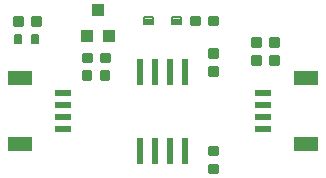
<source format=gbr>
G04 EAGLE Gerber RS-274X export*
G75*
%MOMM*%
%FSLAX34Y34*%
%LPD*%
%AMOC8*
5,1,8,0,0,1.08239X$1,22.5*%
G01*
%ADD10C,0.222250*%
%ADD11C,0.158750*%
%ADD12C,0.200000*%
%ADD13R,1.350000X0.600000*%
%ADD14R,2.000000X1.200000*%
%ADD15R,1.000000X1.100000*%
%ADD16R,0.600000X2.286000*%


D10*
X182516Y83282D02*
X182516Y76614D01*
X175848Y76614D01*
X175848Y83282D01*
X182516Y83282D01*
X182516Y78726D02*
X175848Y78726D01*
X175848Y80838D02*
X182516Y80838D01*
X182516Y82950D02*
X175848Y82950D01*
X182516Y91854D02*
X182516Y98522D01*
X182516Y91854D02*
X175848Y91854D01*
X175848Y98522D01*
X182516Y98522D01*
X182516Y93966D02*
X175848Y93966D01*
X175848Y96078D02*
X182516Y96078D01*
X182516Y98190D02*
X175848Y98190D01*
D11*
X30496Y192670D02*
X25734Y192670D01*
X30496Y192670D02*
X30496Y186258D01*
X25734Y186258D01*
X25734Y192670D01*
X25734Y187767D02*
X30496Y187767D01*
X30496Y189276D02*
X25734Y189276D01*
X25734Y190785D02*
X30496Y190785D01*
X30496Y192294D02*
X25734Y192294D01*
X16526Y192670D02*
X11764Y192670D01*
X16526Y192670D02*
X16526Y186258D01*
X11764Y186258D01*
X11764Y192670D01*
X11764Y187767D02*
X16526Y187767D01*
X16526Y189276D02*
X11764Y189276D01*
X11764Y190785D02*
X16526Y190785D01*
X16526Y192294D02*
X11764Y192294D01*
D12*
X120192Y202212D02*
X128192Y202212D01*
X120192Y202212D02*
X120192Y208212D01*
X128192Y208212D01*
X128192Y202212D01*
X128192Y204112D02*
X120192Y204112D01*
X120192Y206012D02*
X128192Y206012D01*
X128192Y207912D02*
X120192Y207912D01*
X144192Y202212D02*
X152192Y202212D01*
X144192Y202212D02*
X144192Y208212D01*
X152192Y208212D01*
X152192Y202212D01*
X152192Y204112D02*
X144192Y204112D01*
X144192Y206012D02*
X152192Y206012D01*
X152192Y207912D02*
X144192Y207912D01*
D13*
X52000Y143500D03*
X52000Y133500D03*
X52000Y123500D03*
X52000Y113500D03*
D14*
X15250Y100500D03*
X15250Y156500D03*
D13*
X221200Y113500D03*
X221200Y123500D03*
X221200Y133500D03*
X221200Y143500D03*
D14*
X257950Y156500D03*
X257950Y100500D03*
D15*
X72038Y191880D03*
X91038Y191880D03*
X81538Y213880D03*
D10*
X160290Y201878D02*
X166958Y201878D01*
X160290Y201878D02*
X160290Y208546D01*
X166958Y208546D01*
X166958Y201878D01*
X166958Y203990D02*
X160290Y203990D01*
X160290Y206102D02*
X166958Y206102D01*
X166958Y208214D02*
X160290Y208214D01*
X175530Y201878D02*
X182198Y201878D01*
X175530Y201878D02*
X175530Y208546D01*
X182198Y208546D01*
X182198Y201878D01*
X182198Y203990D02*
X175530Y203990D01*
X175530Y206102D02*
X182198Y206102D01*
X182198Y208214D02*
X175530Y208214D01*
X32750Y208332D02*
X26082Y208332D01*
X32750Y208332D02*
X32750Y201664D01*
X26082Y201664D01*
X26082Y208332D01*
X26082Y203776D02*
X32750Y203776D01*
X32750Y205888D02*
X26082Y205888D01*
X26082Y208000D02*
X32750Y208000D01*
X17510Y208332D02*
X10842Y208332D01*
X17510Y208332D02*
X17510Y201664D01*
X10842Y201664D01*
X10842Y208332D01*
X10842Y203776D02*
X17510Y203776D01*
X17510Y205888D02*
X10842Y205888D01*
X10842Y208000D02*
X17510Y208000D01*
X68596Y155904D02*
X75264Y155904D01*
X68596Y155904D02*
X68596Y162572D01*
X75264Y162572D01*
X75264Y155904D01*
X75264Y158016D02*
X68596Y158016D01*
X68596Y160128D02*
X75264Y160128D01*
X75264Y162240D02*
X68596Y162240D01*
X83836Y155904D02*
X90504Y155904D01*
X83836Y155904D02*
X83836Y162572D01*
X90504Y162572D01*
X90504Y155904D01*
X90504Y158016D02*
X83836Y158016D01*
X83836Y160128D02*
X90504Y160128D01*
X90504Y162240D02*
X83836Y162240D01*
X219000Y168672D02*
X219000Y175340D01*
X219000Y168672D02*
X212332Y168672D01*
X212332Y175340D01*
X219000Y175340D01*
X219000Y170784D02*
X212332Y170784D01*
X212332Y172896D02*
X219000Y172896D01*
X219000Y175008D02*
X212332Y175008D01*
X219000Y183912D02*
X219000Y190580D01*
X219000Y183912D02*
X212332Y183912D01*
X212332Y190580D01*
X219000Y190580D01*
X219000Y186024D02*
X212332Y186024D01*
X212332Y188136D02*
X219000Y188136D01*
X219000Y190248D02*
X212332Y190248D01*
X233732Y175340D02*
X233732Y168672D01*
X227064Y168672D01*
X227064Y175340D01*
X233732Y175340D01*
X233732Y170784D02*
X227064Y170784D01*
X227064Y172896D02*
X233732Y172896D01*
X233732Y175008D02*
X227064Y175008D01*
X233732Y183912D02*
X233732Y190580D01*
X233732Y183912D02*
X227064Y183912D01*
X227064Y190580D01*
X233732Y190580D01*
X233732Y186024D02*
X227064Y186024D01*
X227064Y188136D02*
X233732Y188136D01*
X233732Y190248D02*
X227064Y190248D01*
X182170Y165688D02*
X182170Y159020D01*
X175502Y159020D01*
X175502Y165688D01*
X182170Y165688D01*
X182170Y161132D02*
X175502Y161132D01*
X175502Y163244D02*
X182170Y163244D01*
X182170Y165356D02*
X175502Y165356D01*
X182170Y174260D02*
X182170Y180928D01*
X182170Y174260D02*
X175502Y174260D01*
X175502Y180928D01*
X182170Y180928D01*
X182170Y176372D02*
X175502Y176372D01*
X175502Y178484D02*
X182170Y178484D01*
X182170Y180596D02*
X175502Y180596D01*
X75302Y170606D02*
X68634Y170606D01*
X68634Y177274D01*
X75302Y177274D01*
X75302Y170606D01*
X75302Y172718D02*
X68634Y172718D01*
X68634Y174830D02*
X75302Y174830D01*
X75302Y176942D02*
X68634Y176942D01*
X83874Y170606D02*
X90542Y170606D01*
X83874Y170606D02*
X83874Y177274D01*
X90542Y177274D01*
X90542Y170606D01*
X90542Y172718D02*
X83874Y172718D01*
X83874Y174830D02*
X90542Y174830D01*
X90542Y176942D02*
X83874Y176942D01*
D16*
X142850Y161700D03*
X142850Y95100D03*
X155550Y161700D03*
X130150Y161700D03*
X117450Y161700D03*
X155550Y95100D03*
X130150Y95100D03*
X117450Y95100D03*
M02*

</source>
